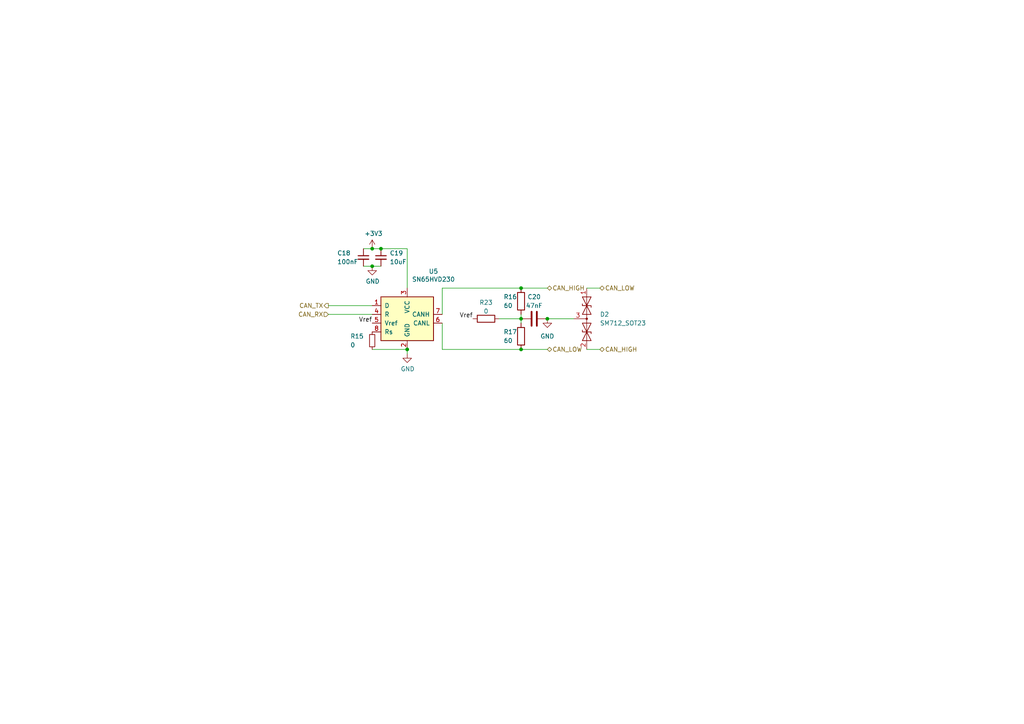
<source format=kicad_sch>
(kicad_sch (version 20230121) (generator eeschema)
  (paper "A4")
  (lib_symbols
    (symbol "Device:C" (pin_numbers hide) (pin_names (offset 0.254))
      (property "Reference" "C" (at 0.635 2.54 0))
      (property "Value" "C" (at 0.635 -2.54 0))
      (symbol "C_0_1"
        (polyline (pts (xy -2.032 -0.762) (xy 2.032 -0.762)) (stroke (width 0.508)))
        (polyline (pts (xy -2.032 0.762) (xy 2.032 0.762)) (stroke (width 0.508)))
      )
      (symbol "C_1_1"
        (pin passive line (at 0 3.81 270) (length 2.794) (name "~") (number "1"))
        (pin passive line (at 0 -3.81 90) (length 2.794) (name "~") (number "2"))
      )
    )
    (symbol "Device:C_Small" (pin_numbers hide) (pin_names (offset 0.254) hide)
      (property "Reference" "C" (at 0.254 1.778 0))
      (property "Value" "C_Small" (at 0.254 -2.032 0))
      (symbol "C_Small_0_1"
        (polyline (pts (xy -1.524 -0.508) (xy 1.524 -0.508)) (stroke (width 0.3302)))
        (polyline (pts (xy -1.524 0.508) (xy 1.524 0.508)) (stroke (width 0.3048)))
      )
      (symbol "C_Small_1_1"
        (pin passive line (at 0 2.54 270) (length 2.032) (name "~") (number "1"))
        (pin passive line (at 0 -2.54 90) (length 2.032) (name "~") (number "2"))
      )
    )
    (symbol "Device:R" (pin_numbers hide) (pin_names (offset 0))
      (property "Reference" "R" (at 2.032 0 90))
      (property "Value" "R" (at 0 0 90))
      (symbol "R_0_1"
        (rectangle (start -1.016 -2.54) (end 1.016 2.54) (stroke (width 0.254)))
      )
      (symbol "R_1_1"
        (pin passive line (at 0 3.81 270) (length 1.27) (name "~") (number "1"))
        (pin passive line (at 0 -3.81 90) (length 1.27) (name "~") (number "2"))
      )
    )
    (symbol "Device:R_Small" (pin_numbers hide) (pin_names (offset 0.254) hide)
      (property "Reference" "R" (at 0.762 0.508 0))
      (property "Value" "R_Small" (at 0.762 -1.016 0))
      (symbol "R_Small_0_1"
        (rectangle (start -0.762 1.778) (end 0.762 -1.778) (stroke (width 0.2032)))
      )
      (symbol "R_Small_1_1"
        (pin passive line (at 0 2.54 270) (length 0.762) (name "~") (number "1"))
        (pin passive line (at 0 -2.54 90) (length 0.762) (name "~") (number "2"))
      )
    )
    (symbol "Diode:SM712_SOT23" (pin_names (offset 1.016) hide)
      (property "Reference" "D" (at 0 4.445 0))
      (property "Value" "SM712_SOT23" (at 0 2.54 0))
      (symbol "SM712_SOT23_0_0"
        (polyline (pts (xy 0 -1.27) (xy 0 0)))
      )
      (symbol "SM712_SOT23_0_1"
        (polyline (pts (xy -6.35 0) (xy 6.35 0)))
        (polyline (pts (xy -3.302 1.27) (xy -3.81 1.27) (xy -3.81 -1.27) (xy -4.318 -1.27)) (stroke (width 0.2032)))
        (polyline (pts (xy 4.318 1.27) (xy 3.81 1.27) (xy 3.81 -1.27) (xy 3.302 -1.27)) (stroke (width 0.2032)))
        (polyline (pts (xy -6.35 -1.27) (xy -1.27 1.27) (xy -1.27 -1.27) (xy -6.35 1.27) (xy -6.35 -1.27)) (stroke (width 0.2032)))
        (polyline (pts (xy 1.27 -1.27) (xy 1.27 1.27) (xy 6.35 -1.27) (xy 6.35 1.27) (xy 1.27 -1.27)) (stroke (width 0.2032)))
        (circle (center 0 0) (radius 0.254) (fill (type outline)))
      )
      (symbol "SM712_SOT23_1_1"
        (pin passive line (at -8.89 0 0) (length 2.54) (name "A1") (number "1"))
        (pin passive line (at 8.89 0 180) (length 2.54) (name "A2") (number "2"))
        (pin input line (at 0 -3.81 90) (length 2.54) (name "common") (number "3"))
      )
    )
    (symbol "Interface_CAN_LIN:SN65HVD230" (pin_names (offset 1.016))
      (property "Reference" "U" (at -2.54 10.16 0))
      (property "Value" "SN65HVD230" (at -2.54 7.62 0))
      (symbol "SN65HVD230_0_1"
        (rectangle (start -7.62 5.08) (end 7.62 -7.62) (stroke (width 0.254)) (fill (type background)))
      )
      (symbol "SN65HVD230_1_1"
        (pin input line (at -10.16 2.54 0) (length 2.54) (name "D") (number "1"))
        (pin power_in line (at 0 -10.16 90) (length 2.54) (name "GND") (number "2"))
        (pin power_in line (at 0 7.62 270) (length 2.54) (name "VCC") (number "3"))
        (pin output line (at -10.16 0 0) (length 2.54) (name "R") (number "4"))
        (pin output line (at -10.16 -2.54 0) (length 2.54) (name "Vref") (number "5"))
        (pin bidirectional line (at 10.16 -2.54 180) (length 2.54) (name "CANL") (number "6"))
        (pin bidirectional line (at 10.16 0 180) (length 2.54) (name "CANH") (number "7"))
        (pin input line (at -10.16 -5.08 0) (length 2.54) (name "Rs") (number "8"))
      )
    )
    (symbol "power:+3.3V" (power) (pin_names (offset 0))
      (property "Value" "+3.3V" (at 0 3.556 0))
      (symbol "+3.3V_0_1"
        (polyline (pts (xy -0.762 1.27) (xy 0 2.54)))
        (polyline (pts (xy 0 0) (xy 0 2.54)))
        (polyline (pts (xy 0 2.54) (xy 0.762 1.27)))
      )
      (symbol "+3.3V_1_1"
        (pin power_in line (at 0 0 90) (length 0) hide (name "+3V3") (number "1"))
      )
    )
    (symbol "power:GND" (power) (pin_names (offset 0))
      (property "Value" "GND" (at 0 -3.81 0))
      (symbol "GND_0_1"
        (polyline (pts (xy 0 0) (xy 0 -1.27) (xy 1.27 -1.27) (xy 0 -2.54) (xy -1.27 -1.27) (xy 0 -1.27)))
      )
      (symbol "GND_1_1"
        (pin power_in line (at 0 0 270) (length 0) hide (name "GND") (number "1"))
      )
    )
  )
  (junction (at 151.13 83.566))
  (junction (at 110.49 72.136))
  (junction (at 107.95 72.136))
  (junction (at 151.13 92.456))
  (junction (at 151.13 101.346))
  (junction (at 107.95 77.216))
  (junction (at 158.75 92.456))
  (junction (at 118.11 101.346))
  (wire (pts (xy 151.13 83.566) (xy 158.75 83.566)))
  (wire (pts (xy 107.95 72.136) (xy 110.49 72.136)))
  (wire (pts (xy 170.18 83.566) (xy 173.99 83.566)))
  (wire (pts (xy 107.95 101.346) (xy 118.11 101.346)))
  (wire (pts (xy 151.13 92.456) (xy 151.13 93.726)))
  (wire (pts (xy 144.78 92.456) (xy 151.13 92.456)))
  (wire (pts (xy 128.27 83.566) (xy 151.13 83.566)))
  (wire (pts (xy 151.13 91.186) (xy 151.13 92.456)))
  (wire (pts (xy 105.41 72.136) (xy 107.95 72.136)))
  (wire (pts (xy 118.11 72.136) (xy 118.11 83.566)))
  (wire (pts (xy 128.27 101.346) (xy 151.13 101.346)))
  (wire (pts (xy 118.11 102.616) (xy 118.11 101.346)))
  (wire (pts (xy 110.49 72.136) (xy 118.11 72.136)))
  (wire (pts (xy 107.95 77.216) (xy 110.49 77.216)))
  (wire (pts (xy 105.41 77.216) (xy 107.95 77.216)))
  (wire (pts (xy 128.27 91.186) (xy 128.27 83.566)))
  (wire (pts (xy 151.13 101.346) (xy 158.75 101.346)))
  (wire (pts (xy 128.27 93.726) (xy 128.27 101.346)))
  (wire (pts (xy 170.18 101.346) (xy 173.99 101.346)))
  (wire (pts (xy 95.25 91.186) (xy 107.95 91.186)))
  (wire (pts (xy 158.75 92.456) (xy 166.37 92.456)))
  (wire (pts (xy 95.25 88.646) (xy 107.95 88.646)))
  (label "Vref" (at 137.16 92.456 180))
  (label "Vref" (at 107.95 93.726 180))
  (hierarchical_label "CAN_TX" (shape output) (at 95.25 88.646 180))
  (hierarchical_label "CAN_HIGH" (shape bidirectional) (at 158.75 83.566 0))
  (hierarchical_label "CAN_LOW" (shape bidirectional) (at 173.99 83.566 0))
  (hierarchical_label "CAN_LOW" (shape bidirectional) (at 158.75 101.346 0))
  (hierarchical_label "CAN_RX" (shape input) (at 95.25 91.186 180))
  (hierarchical_label "CAN_HIGH" (shape bidirectional) (at 173.99 101.346 0))
  (symbol (lib_id "Diode:SM712_SOT23") (at 170.18 92.456 270) (unit 1)
    (property "Reference" "D2" (at 173.99 91.186 90) (effects (justify left)))
    (property "Value" "SM712_SOT23" (at 173.99 93.726 90) (effects (justify left)))
    (property "Footprint" "Package_TO_SOT_SMD:SOT-23" (effects hide))
    (property "Datasheet" "https://www.littelfuse.com/~/media/electronics/datasheets/tvs_diode_arrays/littelfuse_tvs_diode_array_sm712_datasheet.pdf.pdf" (effects hide))
  )
  (symbol (lib_id "Device:R_Small") (at 107.95 98.806 0) (unit 1)
    (property "Reference" "R15" (at 101.6 97.536 0) (effects (justify left)))
    (property "Value" "0" (at 101.6 100.076 0) (effects (justify left)))
    (property "Footprint" "Resistor_SMD:R_0603_1608Metric" (effects hide))
  )
  (symbol (lib_id "Device:C_Small") (at 105.41 74.676 0) (unit 1)
    (property "Reference" "C18" (at 97.79 73.406 0) (effects (justify left)))
    (property "Value" "100nF" (at 97.79 75.946 0) (effects (justify left)))
    (property "Footprint" "Capacitor_SMD:C_0402_1005Metric" (effects hide))
  )
  (symbol (lib_id "power:+3.3V") (at 107.95 72.136 0) (unit 1)
    (property "Reference" "#PWR0137" (effects hide))
    (property "Value" "+3.3V" (at 108.331 67.7418 0))
  )
  (symbol (lib_id "Device:R") (at 151.13 97.536 0) (unit 1)
    (property "Reference" "R17" (at 146.05 96.266 0) (effects (justify left)))
    (property "Value" "60" (at 146.05 98.806 0) (effects (justify left)))
    (property "Footprint" "Resistor_SMD:R_0603_1608Metric" (effects hide))
  )
  (symbol (lib_id "power:GND") (at 107.95 77.216 0) (unit 1)
    (property "Reference" "#PWR0138" (effects hide))
    (property "Value" "GND" (at 108.077 81.6102 0))
  )
  (symbol (lib_id "power:GND") (at 118.11 102.616 0) (unit 1)
    (property "Reference" "#PWR0136" (effects hide))
    (property "Value" "GND" (at 118.237 107.0102 0))
  )
  (symbol (lib_id "Device:C_Small") (at 110.49 74.676 0) (unit 1)
    (property "Reference" "C19" (at 113.03 73.4122 0) (effects (justify left)))
    (property "Value" "10uF" (at 113.03 75.9522 0) (effects (justify left)))
    (property "Footprint" "Capacitor_SMD:C_0402_1005Metric" (effects hide))
  )
  (symbol (lib_id "Device:R") (at 151.13 87.376 0) (unit 1)
    (property "Reference" "R16" (at 146.05 86.106 0) (effects (justify left)))
    (property "Value" "60" (at 146.05 88.646 0) (effects (justify left)))
    (property "Footprint" "Resistor_SMD:R_0603_1608Metric" (effects hide))
  )
  (symbol (lib_id "Device:C") (at 154.94 92.456 90) (unit 1)
    (property "Reference" "C20" (at 154.94 86.106 90))
    (property "Value" "47nF" (at 154.94 88.646 90))
    (property "Footprint" "Capacitor_SMD:C_0402_1005Metric" (effects hide))
  )
  (symbol (lib_id "Interface_CAN_LIN:SN65HVD230") (at 118.11 91.186 0) (unit 1)
    (property "Reference" "U5" (at 125.73 78.7146 0))
    (property "Value" "SN65HVD230" (at 125.73 81.026 0))
    (property "Footprint" "Package_SO:SOIC-8_3.9x4.9mm_P1.27mm" (effects hide))
    (property "Datasheet" "http://www.ti.com/lit/ds/symlink/sn65hvd230.pdf" (effects hide))
  )
  (symbol (lib_id "Device:R") (at 140.97 92.456 90) (unit 1)
    (property "Reference" "R23" (at 140.97 87.7402 90))
    (property "Value" "0" (at 140.97 90.2771 90))
    (property "Footprint" "Resistor_SMD:R_0402_1005Metric" (effects hide))
  )
  (symbol (lib_id "power:GND") (at 158.75 92.456 0) (unit 1)
    (property "Reference" "#PWR0140" (effects hide))
    (property "Value" "GND" (at 158.75 97.536 0))
  )
)
</source>
